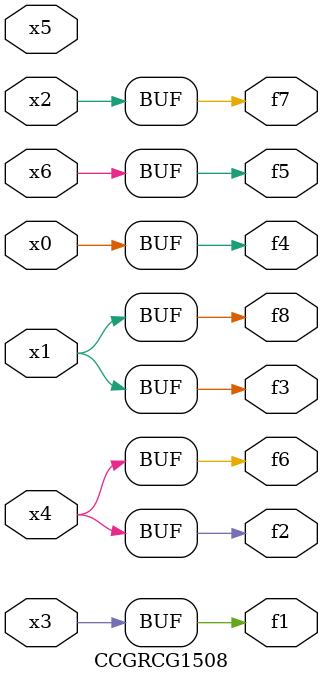
<source format=v>
module CCGRCG1508(
	input x0, x1, x2, x3, x4, x5, x6,
	output f1, f2, f3, f4, f5, f6, f7, f8
);
	assign f1 = x3;
	assign f2 = x4;
	assign f3 = x1;
	assign f4 = x0;
	assign f5 = x6;
	assign f6 = x4;
	assign f7 = x2;
	assign f8 = x1;
endmodule

</source>
